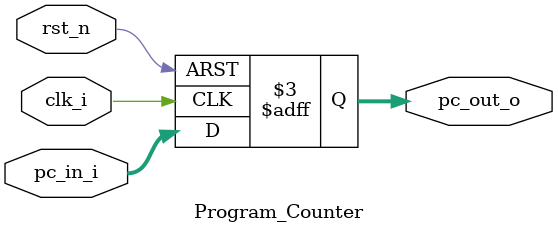
<source format=v>
module Program_Counter( clk_i, rst_n, pc_in_i, pc_out_o );
     
//I/O ports
input           clk_i;
input	        rst_n;
input  [32-1:0] pc_in_i;
output [32-1:0] pc_out_o;
 
//Internal Signals
reg    [32-1:0] pc_out_o;

//Main function
always @(posedge clk_i or negedge rst_n) begin
    if(!rst_n)
	    pc_out_o <= 0;
	else
	    pc_out_o <= pc_in_i;
end

endmodule
</source>
